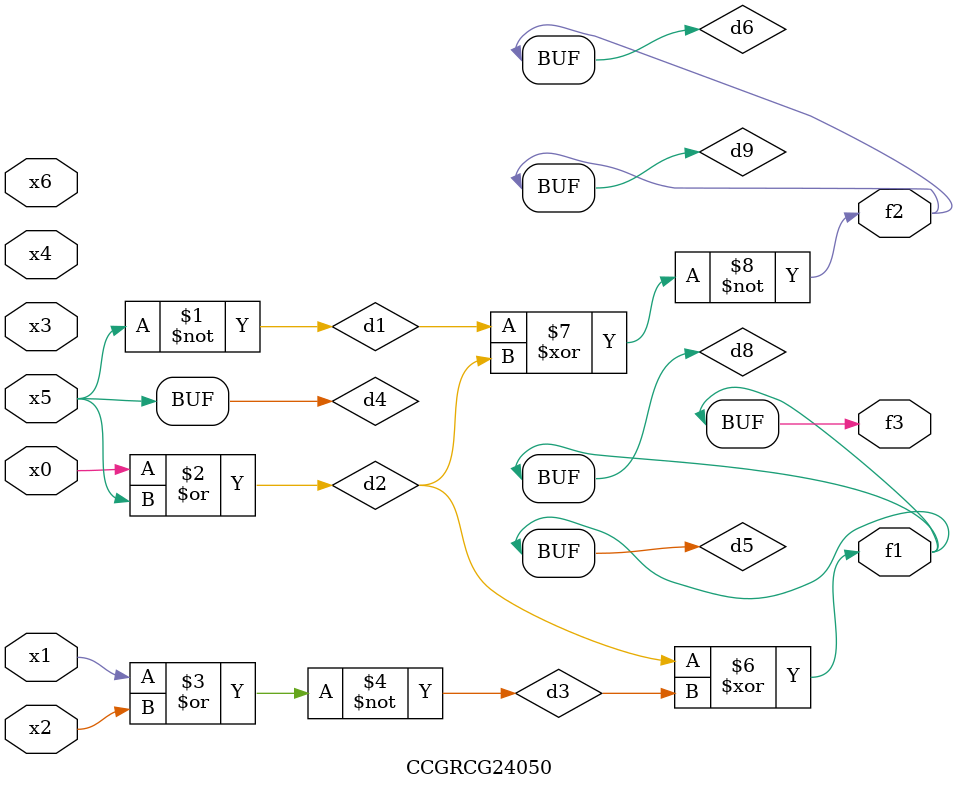
<source format=v>
module CCGRCG24050(
	input x0, x1, x2, x3, x4, x5, x6,
	output f1, f2, f3
);

	wire d1, d2, d3, d4, d5, d6, d7, d8, d9;

	nand (d1, x5);
	or (d2, x0, x5);
	nor (d3, x1, x2);
	xnor (d4, d1);
	xor (d5, d2, d3);
	xnor (d6, d1, d2);
	not (d7, x4);
	buf (d8, d5);
	xor (d9, d6);
	assign f1 = d8;
	assign f2 = d9;
	assign f3 = d8;
endmodule

</source>
